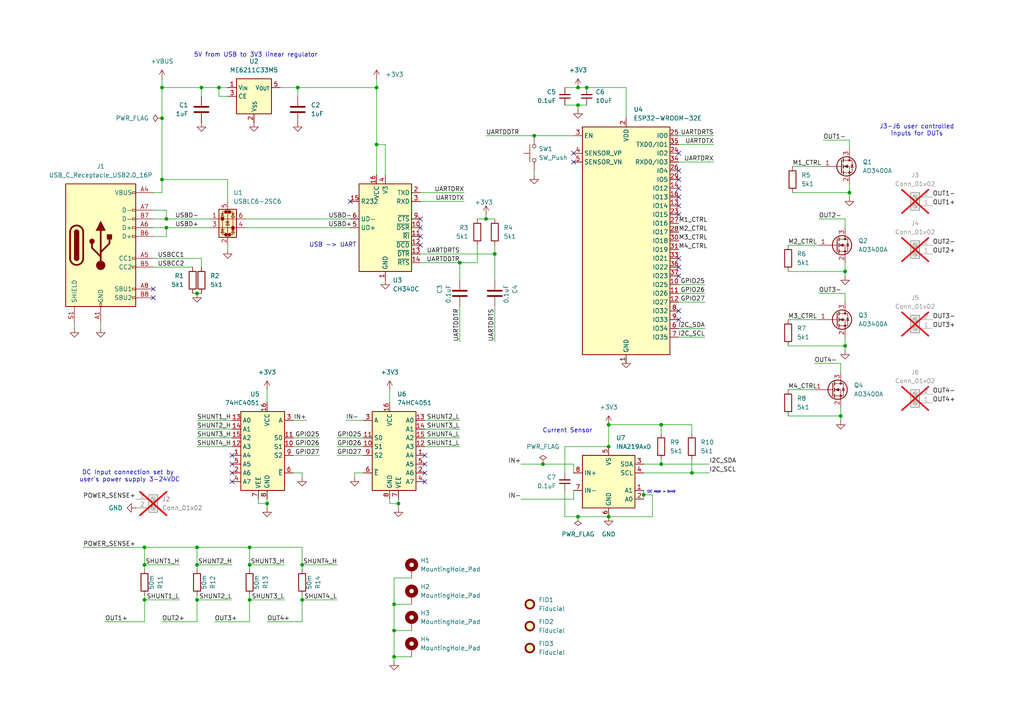
<source format=kicad_sch>
(kicad_sch (version 20250114) (generator "eeschema") (generator_version "9.0")
  (paper "A4")
  (title_block (title "ESP32 MOSFET DUT") (date "2026-01-06") (rev "1.1") (company "Hardware Gunner") (comment 1 "MUXs and Shunts added"))
  (text "I2C Addr = 0x40" (at 191.77 142.748 0) (effects (font (size 0.635 0.635))))
  (text "5V from USB to 3V3 linear regulator" (at 74.168 16.002 0) (effects (font (size 1.27 1.27))))
  (text "Current Sensor" (at 164.592 124.968 0) (effects (font (size 1.27 1.27))))
  (text "J3-J6 user controlled\ninputs for DUTs" (at 265.938 37.846 0) (effects (font (size 1.27 1.27))))
  (text "DC Input connection set by \nuser's power supply 3-24VDC\n" (at 37.592 138.176 0) (effects (font (size 1.27 1.27))))
  (text "USB -> UART" (at 96.52 71.12 0) (effects (font (size 1.27 1.27))))
  (text_box "Designator	Comment	Footprint	LCSC Part #	Assemble\nJ7	USB-C Receptacle TYPE-C 16P	Connector_USB:USB_C_Receptacle_GCT_USB4105-xx-A_16P_TopMnt_Horizontal	C2765186	Yes\nU2	USB ESD Array USBLC6-2SC6	Package_TO_SOT_SMD:SOT-23-6	C2827654	Yes\nU3	LDO 3.3V ME6211 SOT-23-5	Package_TO_SOT_SMD:SOT-23-5	C82942	Yes\nU7	USB-UART CH340C SOIC-16	Package_SO:SOIC-16_3.9x9.9mm_P1.27mm	C7464026	Yes\nU6	ESP32-WROOM-32E-N4	RF_Module:ESP32-WROOM-32E	C701341	Yes\nU4	INA219 Current Sensor SOIC-8	Package_SO:SOIC-8_3.9x4.9mm_P1.27mm	C138706	Yes\nU5	74HC4051 Analog Mux SOIC-16	Package_SO:SO-16_3.9x9.9mm_P1.27mm	C9386	Yes\nU8	74HC4051 Analog Mux SOIC-16	Package_SO:SO-16_3.9x9.9mm_P1.27mm	C9386	Yes\nR12 R13 R14 R15	0.05R 1% 1W Shunt 2512	Resistor_SMD:R_2512_6332Metric	C7420008	Yes\nQ1 Q2 Q3 Q4	N-MOSFET AO3400A SOT-23	Package_TO_SOT_SMD:SOT-23	C20917	Yes\nR1 R2 R3 R4 R5 R6 R8 R9 R10 R11	5.1k 1% 0603	Resistor_SMD:R_0603_1608Metric	C23186	Yes\nC9	10uF	Capacitor_SMD:C_0603_1608Metric	C19702	Yes\nC1 C2	1uF 0603	Capacitor_SMD:C_0603_1608Metric	C28323	Yes\nC5 C6 C7 C8	0.1uF 0603	Capacitor_SMD:C_0603_1608Metric	C14663	Yes\nSW1	RESET Button	Button_Switch_SMD:SW_Push_1P1T_NO_CK_KMR2	C720477	Yes\nJ2	DC Input Screw Terminal 5.08mm	TerminalBlock_Phoenix:TerminalBlock_Phoenix_MKDS-1,5-2_1x02_P5.00mm_Horizontal	C474881	NO (DNP)\nJ3	DUT1 Screw Terminal 5.08mm	TerminalBlock_Phoenix:TerminalBlock_Phoenix_MKDS-1,5-2_1x02_P5.00mm_Horizontal	C474881	NO (DNP)\nJ4	DUT2 Screw Terminal 5.08mm	TerminalBlock_Phoenix:TerminalBlock_Phoenix_MKDS-1,5-2_1x02_P5.00mm_Horizontal	C474881	NO (DNP)\nJ5	DUT3 Screw Terminal 5.08mm	TerminalBlock_Phoenix:TerminalBlock_Phoenix_MKDS-1,5-2_1x02_P5.00mm_Horizontal	C474881	NO (DNP)\nJ6	DUT4 Screw Terminal 5.08mm	TerminalBlock_Phoenix:TerminalBlock_Phoenix_MKDS-1,5-2_1x02_P5.00mm_Horizontal	C474881	NO (DNP)\nH1 H2 H3 H4	Mounting Hole M3	MountingHole:MountingHole_3.2mm_M3_Pad		NO" (at 11.43 -59.69 0) (size 166.37 52.07) (margins 0.9525 0.9525 0.9525 0.9525) (effects (font (size 1.27 1.27)) (justify left top)))
  (junction (at 48.26 66.04))
  (junction (at 167.64 149.86))
  (junction (at 57.15 85.09))
  (junction (at 176.53 123.19))
  (junction (at 46.99 25.4))
  (junction (at 246.38 55.88))
  (junction (at 41.91 173.99))
  (junction (at 167.64 30.48))
  (junction (at 77.47 146.05))
  (junction (at 154.94 39.37))
  (junction (at 46.99 52.07))
  (junction (at 109.22 41.91))
  (junction (at 57.15 173.99))
  (junction (at 176.53 129.54))
  (junction (at 46.99 34.29))
  (junction (at 72.39 163.83))
  (junction (at 48.26 63.5))
  (junction (at 115.57 146.05))
  (junction (at 63.5 25.4))
  (junction (at 72.39 173.99))
  (junction (at 186.69 143.51))
  (junction (at 200.66 137.16))
  (junction (at 167.64 25.4))
  (junction (at 87.63 173.99))
  (junction (at 133.35 76.2))
  (junction (at 170.18 25.4))
  (junction (at 41.91 163.83))
  (junction (at 114.3 190.5))
  (junction (at 114.3 182.88))
  (junction (at 191.77 123.19))
  (junction (at 72.39 158.75))
  (junction (at 243.84 120.65))
  (junction (at 41.91 158.75))
  (junction (at 57.15 158.75))
  (junction (at 57.15 163.83))
  (junction (at 143.51 73.66))
  (junction (at 140.97 63.5))
  (junction (at 86.36 25.4))
  (junction (at 87.63 163.83))
  (junction (at 157.48 134.62))
  (junction (at 58.42 25.4))
  (junction (at 245.11 100.33))
  (junction (at 109.22 25.4))
  (junction (at 245.11 78.74))
  (junction (at 114.3 175.26))
  (junction (at 191.77 134.62))
  (junction (at 176.53 149.86))
  (no_connect (at 196.85 80.01))
  (no_connect (at 196.85 62.23))
  (no_connect (at 123.19 137.16))
  (no_connect (at 196.85 54.61))
  (no_connect (at 196.85 59.69))
  (no_connect (at 121.92 71.12))
  (no_connect (at 196.85 44.45))
  (no_connect (at 196.85 77.47))
  (no_connect (at 44.45 83.82))
  (no_connect (at 121.92 66.04))
  (no_connect (at 166.37 46.99))
  (no_connect (at 196.85 52.07))
  (no_connect (at 196.85 74.93))
  (no_connect (at 67.31 134.62))
  (no_connect (at 123.19 132.08))
  (no_connect (at 166.37 44.45))
  (no_connect (at 196.85 92.71))
  (no_connect (at 121.92 68.58))
  (no_connect (at 123.19 139.7))
  (no_connect (at 121.92 63.5))
  (no_connect (at 101.6 58.42))
  (no_connect (at 196.85 90.17))
  (no_connect (at 123.19 134.62))
  (no_connect (at 196.85 49.53))
  (no_connect (at 67.31 132.08))
  (no_connect (at 196.85 57.15))
  (no_connect (at 67.31 137.16))
  (no_connect (at 44.45 86.36))
  (no_connect (at 67.31 139.7))
  (wire (pts (xy 57.15 124.46) (xy 67.31 124.46)))
  (wire (pts (xy 207.01 41.91) (xy 196.85 41.91)))
  (wire (pts (xy 63.5 25.4) (xy 66.04 25.4)))
  (wire (pts (xy 44.45 60.96) (xy 48.26 60.96)))
  (wire (pts (xy 66.04 72.39) (xy 66.04 71.12)))
  (wire (pts (xy 236.22 105.41) (xy 243.84 105.41)))
  (wire (pts (xy 245.11 63.5) (xy 245.11 66.04)))
  (wire (pts (xy 41.91 163.83) (xy 41.91 165.1)))
  (wire (pts (xy 119.38 167.64) (xy 114.3 167.64)))
  (wire (pts (xy 143.51 81.28) (xy 143.51 73.66)))
  (wire (pts (xy 191.77 134.62) (xy 205.74 134.62)))
  (wire (pts (xy 238.76 40.64) (xy 246.38 40.64)))
  (wire (pts (xy 228.6 92.71) (xy 237.49 92.71)))
  (wire (pts (xy 109.22 41.91) (xy 109.22 50.8)))
  (wire (pts (xy 114.3 182.88) (xy 114.3 190.5)))
  (wire (pts (xy 57.15 129.54) (xy 67.31 129.54)))
  (wire (pts (xy 72.39 163.83) (xy 72.39 158.75)))
  (wire (pts (xy 133.35 99.06) (xy 133.35 88.9)))
  (wire (pts (xy 102.87 137.16) (xy 102.87 138.43)))
  (wire (pts (xy 143.51 99.06) (xy 143.51 88.9)))
  (wire (pts (xy 191.77 134.62) (xy 186.69 134.62)))
  (wire (pts (xy 46.99 55.88) (xy 46.99 52.07)))
  (wire (pts (xy 204.47 97.79) (xy 196.85 97.79)))
  (wire (pts (xy 151.13 134.62) (xy 157.48 134.62)))
  (wire (pts (xy 191.77 123.19) (xy 191.77 125.73)))
  (wire (pts (xy 140.97 39.37) (xy 154.94 39.37)))
  (wire (pts (xy 97.79 129.54) (xy 105.41 129.54)))
  (wire (pts (xy 55.88 85.09) (xy 57.15 85.09)))
  (wire (pts (xy 166.37 134.62) (xy 166.37 137.16)))
  (wire (pts (xy 229.87 48.26) (xy 238.76 48.26)))
  (wire (pts (xy 72.39 165.1) (xy 72.39 163.83)))
  (wire (pts (xy 200.66 137.16) (xy 205.74 137.16)))
  (wire (pts (xy 44.45 68.58) (xy 48.26 68.58)))
  (wire (pts (xy 196.85 85.09) (xy 204.47 85.09)))
  (wire (pts (xy 77.47 180.34) (xy 87.63 180.34)))
  (wire (pts (xy 86.36 25.4) (xy 81.28 25.4)))
  (wire (pts (xy 113.03 113.03) (xy 113.03 116.84)))
  (wire (pts (xy 71.12 66.04) (xy 101.6 66.04)))
  (wire (pts (xy 97.79 127) (xy 105.41 127)))
  (wire (pts (xy 21.59 95.25) (xy 21.59 93.98)))
  (wire (pts (xy 58.42 27.94) (xy 58.42 25.4)))
  (wire (pts (xy 167.64 30.48) (xy 167.64 31.75)))
  (wire (pts (xy 191.77 133.35) (xy 191.77 134.62)))
  (wire (pts (xy 204.47 95.25) (xy 196.85 95.25)))
  (wire (pts (xy 48.26 60.96) (xy 48.26 63.5)))
  (wire (pts (xy 163.83 149.86) (xy 167.64 149.86)))
  (wire (pts (xy 228.6 120.65) (xy 243.84 120.65)))
  (wire (pts (xy 29.21 95.25) (xy 29.21 93.98)))
  (wire (pts (xy 44.45 66.04) (xy 48.26 66.04)))
  (wire (pts (xy 30.48 180.34) (xy 41.91 180.34)))
  (wire (pts (xy 121.92 73.66) (xy 143.51 73.66)))
  (wire (pts (xy 57.15 165.1) (xy 57.15 163.83)))
  (wire (pts (xy 86.36 25.4) (xy 109.22 25.4)))
  (wire (pts (xy 46.99 34.29) (xy 46.99 52.07)))
  (wire (pts (xy 71.12 63.5) (xy 101.6 63.5)))
  (wire (pts (xy 57.15 172.72) (xy 57.15 173.99)))
  (wire (pts (xy 52.07 173.99) (xy 41.91 173.99)))
  (wire (pts (xy 105.41 137.16) (xy 102.87 137.16)))
  (wire (pts (xy 41.91 158.75) (xy 41.91 163.83)))
  (wire (pts (xy 46.99 180.34) (xy 57.15 180.34)))
  (wire (pts (xy 176.53 149.86) (xy 189.23 149.86)))
  (wire (pts (xy 237.49 63.5) (xy 245.11 63.5)))
  (wire (pts (xy 237.49 85.09) (xy 245.11 85.09)))
  (wire (pts (xy 186.69 143.51) (xy 186.69 144.78)))
  (wire (pts (xy 24.13 158.75) (xy 41.91 158.75)))
  (wire (pts (xy 48.26 68.58) (xy 48.26 66.04)))
  (wire (pts (xy 243.84 120.65) (xy 243.84 118.11)))
  (wire (pts (xy 245.11 80.01) (xy 245.11 78.74)))
  (wire (pts (xy 200.66 123.19) (xy 191.77 123.19)))
  (wire (pts (xy 176.53 123.19) (xy 191.77 123.19)))
  (wire (pts (xy 163.83 25.4) (xy 167.64 25.4)))
  (wire (pts (xy 111.76 41.91) (xy 109.22 41.91)))
  (wire (pts (xy 57.15 173.99) (xy 57.15 180.34)))
  (wire (pts (xy 163.83 30.48) (xy 167.64 30.48)))
  (wire (pts (xy 140.97 63.5) (xy 138.43 63.5)))
  (wire (pts (xy 186.69 142.24) (xy 186.69 143.51)))
  (wire (pts (xy 72.39 172.72) (xy 72.39 173.99)))
  (wire (pts (xy 140.97 63.5) (xy 140.97 62.23)))
  (wire (pts (xy 157.48 134.62) (xy 166.37 134.62)))
  (wire (pts (xy 207.01 46.99) (xy 196.85 46.99)))
  (wire (pts (xy 228.6 78.74) (xy 245.11 78.74)))
  (wire (pts (xy 57.15 85.09) (xy 58.42 85.09)))
  (wire (pts (xy 181.61 34.29) (xy 181.61 25.4)))
  (wire (pts (xy 88.9 121.92) (xy 85.09 121.92)))
  (wire (pts (xy 186.69 143.51) (xy 189.23 143.51)))
  (wire (pts (xy 57.15 127) (xy 67.31 127)))
  (wire (pts (xy 113.03 144.78) (xy 113.03 146.05)))
  (wire (pts (xy 176.53 129.54) (xy 163.83 129.54)))
  (wire (pts (xy 87.63 158.75) (xy 72.39 158.75)))
  (wire (pts (xy 66.04 52.07) (xy 46.99 52.07)))
  (wire (pts (xy 243.84 121.92) (xy 243.84 120.65)))
  (wire (pts (xy 82.55 163.83) (xy 72.39 163.83)))
  (wire (pts (xy 72.39 158.75) (xy 57.15 158.75)))
  (wire (pts (xy 189.23 143.51) (xy 189.23 149.86)))
  (wire (pts (xy 67.31 163.83) (xy 57.15 163.83)))
  (wire (pts (xy 44.45 63.5) (xy 48.26 63.5)))
  (wire (pts (xy 97.79 132.08) (xy 105.41 132.08)))
  (wire (pts (xy 92.71 127) (xy 85.09 127)))
  (wire (pts (xy 41.91 172.72) (xy 41.91 173.99)))
  (wire (pts (xy 166.37 144.78) (xy 166.37 142.24)))
  (wire (pts (xy 167.64 30.48) (xy 170.18 30.48)))
  (wire (pts (xy 87.63 163.83) (xy 87.63 158.75)))
  (wire (pts (xy 58.42 74.93) (xy 58.42 77.47)))
  (wire (pts (xy 133.35 76.2) (xy 133.35 81.28)))
  (wire (pts (xy 57.15 121.92) (xy 67.31 121.92)))
  (wire (pts (xy 82.55 173.99) (xy 72.39 173.99)))
  (wire (pts (xy 87.63 173.99) (xy 87.63 180.34)))
  (wire (pts (xy 57.15 163.83) (xy 57.15 158.75)))
  (wire (pts (xy 66.04 58.42) (xy 66.04 52.07)))
  (wire (pts (xy 48.26 66.04) (xy 60.96 66.04)))
  (wire (pts (xy 87.63 137.16) (xy 87.63 138.43)))
  (wire (pts (xy 245.11 100.33) (xy 245.11 97.79)))
  (wire (pts (xy 114.3 167.64) (xy 114.3 175.26)))
  (wire (pts (xy 114.3 191.77) (xy 114.3 190.5)))
  (wire (pts (xy 48.26 63.5) (xy 60.96 63.5)))
  (wire (pts (xy 245.11 85.09) (xy 245.11 87.63)))
  (wire (pts (xy 200.66 133.35) (xy 200.66 137.16)))
  (wire (pts (xy 121.92 76.2) (xy 133.35 76.2)))
  (wire (pts (xy 46.99 25.4) (xy 46.99 34.29)))
  (wire (pts (xy 46.99 22.86) (xy 46.99 25.4)))
  (wire (pts (xy 134.62 58.42) (xy 121.92 58.42)))
  (wire (pts (xy 41.91 173.99) (xy 41.91 180.34)))
  (wire (pts (xy 74.93 144.78) (xy 74.93 146.05)))
  (wire (pts (xy 228.6 113.03) (xy 236.22 113.03)))
  (wire (pts (xy 134.62 55.88) (xy 121.92 55.88)))
  (wire (pts (xy 246.38 55.88) (xy 246.38 53.34)))
  (wire (pts (xy 97.79 163.83) (xy 87.63 163.83)))
  (wire (pts (xy 62.23 180.34) (xy 72.39 180.34)))
  (wire (pts (xy 77.47 146.05) (xy 77.47 147.32)))
  (wire (pts (xy 92.71 132.08) (xy 85.09 132.08)))
  (wire (pts (xy 163.83 142.24) (xy 163.83 149.86)))
  (wire (pts (xy 109.22 22.86) (xy 109.22 25.4)))
  (wire (pts (xy 200.66 137.16) (xy 186.69 137.16)))
  (wire (pts (xy 74.93 146.05) (xy 77.47 146.05)))
  (wire (pts (xy 151.13 144.78) (xy 166.37 144.78)))
  (wire (pts (xy 246.38 57.15) (xy 246.38 55.88)))
  (wire (pts (xy 86.36 25.4) (xy 86.36 27.94)))
  (wire (pts (xy 246.38 40.64) (xy 246.38 43.18)))
  (wire (pts (xy 46.99 25.4) (xy 58.42 25.4)))
  (wire (pts (xy 72.39 173.99) (xy 72.39 180.34)))
  (wire (pts (xy 44.45 74.93) (xy 58.42 74.93)))
  (wire (pts (xy 167.64 25.4) (xy 170.18 25.4)))
  (wire (pts (xy 92.71 129.54) (xy 85.09 129.54)))
  (wire (pts (xy 243.84 105.41) (xy 243.84 107.95)))
  (wire (pts (xy 115.57 146.05) (xy 115.57 147.32)))
  (wire (pts (xy 52.07 163.83) (xy 41.91 163.83)))
  (wire (pts (xy 57.15 158.75) (xy 41.91 158.75)))
  (wire (pts (xy 133.35 121.92) (xy 123.19 121.92)))
  (wire (pts (xy 143.51 71.12) (xy 143.51 73.66)))
  (wire (pts (xy 67.31 173.99) (xy 57.15 173.99)))
  (wire (pts (xy 109.22 25.4) (xy 109.22 41.91)))
  (wire (pts (xy 66.04 27.94) (xy 63.5 27.94)))
  (wire (pts (xy 87.63 172.72) (xy 87.63 173.99)))
  (wire (pts (xy 97.79 173.99) (xy 87.63 173.99)))
  (wire (pts (xy 154.94 39.37) (xy 166.37 39.37)))
  (wire (pts (xy 176.53 123.19) (xy 176.53 129.54)))
  (wire (pts (xy 115.57 144.78) (xy 115.57 146.05)))
  (wire (pts (xy 44.45 77.47) (xy 55.88 77.47)))
  (wire (pts (xy 77.47 113.03) (xy 77.47 116.84)))
  (wire (pts (xy 111.76 41.91) (xy 111.76 50.8)))
  (wire (pts (xy 133.35 124.46) (xy 123.19 124.46)))
  (wire (pts (xy 133.35 129.54) (xy 123.19 129.54)))
  (wire (pts (xy 196.85 82.55) (xy 204.47 82.55)))
  (wire (pts (xy 113.03 146.05) (xy 115.57 146.05)))
  (wire (pts (xy 138.43 71.12) (xy 138.43 76.2)))
  (wire (pts (xy 245.11 101.6) (xy 245.11 100.33)))
  (wire (pts (xy 114.3 182.88) (xy 119.38 182.88)))
  (wire (pts (xy 200.66 125.73) (xy 200.66 123.19)))
  (wire (pts (xy 181.61 105.41) (xy 181.61 104.14)))
  (wire (pts (xy 245.11 78.74) (xy 245.11 76.2)))
  (wire (pts (xy 46.99 55.88) (xy 44.45 55.88)))
  (wire (pts (xy 114.3 175.26) (xy 119.38 175.26)))
  (wire (pts (xy 228.6 100.33) (xy 245.11 100.33)))
  (wire (pts (xy 170.18 25.4) (xy 181.61 25.4)))
  (wire (pts (xy 87.63 165.1) (xy 87.63 163.83)))
  (wire (pts (xy 143.51 63.5) (xy 140.97 63.5)))
  (wire (pts (xy 229.87 55.88) (xy 246.38 55.88)))
  (wire (pts (xy 85.09 137.16) (xy 87.63 137.16)))
  (wire (pts (xy 196.85 39.37) (xy 207.01 39.37)))
  (wire (pts (xy 196.85 87.63) (xy 204.47 87.63)))
  (wire (pts (xy 133.35 76.2) (xy 138.43 76.2)))
  (wire (pts (xy 77.47 144.78) (xy 77.47 146.05)))
  (wire (pts (xy 63.5 27.94) (xy 63.5 25.4)))
  (wire (pts (xy 133.35 127) (xy 123.19 127)))
  (wire (pts (xy 154.94 49.53) (xy 154.94 50.8)))
  (wire (pts (xy 114.3 190.5) (xy 119.38 190.5)))
  (wire (pts (xy 228.6 71.12) (xy 237.49 71.12)))
  (wire (pts (xy 58.42 25.4) (xy 63.5 25.4)))
  (wire (pts (xy 167.64 149.86) (xy 176.53 149.86)))
  (wire (pts (xy 163.83 129.54) (xy 163.83 137.16)))
  (wire (pts (xy 105.41 121.92) (xy 100.33 121.92)))
  (wire (pts (xy 114.3 175.26) (xy 114.3 182.88)))
  (label "USBD-" (at 50.8 63.5 0))
  (label "OUT3+" (at 270.51 95.25 0))
  (label "SHUNT1_H" (at 52.07 163.83 180))
  (label "OUT4+" (at 270.51 116.84 0))
  (label "USBD+" (at 95.25 66.04 0))
  (label "OUT1-" (at 270.51 57.15 0))
  (label "SHUNT3_H" (at 82.55 163.83 180))
  (label "I2C_SDA" (at 204.47 95.25 180))
  (label "UARTDRTS" (at 143.51 99.06 90))
  (label "OUT2+" (at 46.99 180.34 0))
  (label "SHUNT2_H" (at 57.15 124.46 0))
  (label "UARTDRTS" (at 133.35 73.66 180))
  (label "GPIO27" (at 92.71 132.08 180))
  (label "OUT1-" (at 238.76 40.64 0))
  (label "UARTDTX" (at 207.01 41.91 180))
  (label "SHUNT4_L" (at 97.79 173.99 180))
  (label "SHUNT2_L" (at 133.35 121.92 180))
  (label "OUT3-" (at 237.49 85.09 0))
  (label "GPIO27" (at 204.47 87.63 180))
  (label "OUT3+" (at 62.23 180.34 0))
  (label "SHUNT1_L" (at 133.35 129.54 180))
  (label "OUT2+" (at 270.51 73.66 0))
  (label "POWER_SENSE+" (at 39.37 144.78 180))
  (label "USBD-" (at 95.25 63.5 0))
  (label "GPIO26" (at 97.79 129.54 0))
  (label "UARTDDTR" (at 133.35 76.2 180))
  (label "GPIO26" (at 92.71 129.54 180))
  (label "UARTDRX" (at 134.62 55.88 180))
  (label "SHUNT2_H" (at 67.31 163.83 180))
  (label "GPIO25" (at 97.79 127 0))
  (label "OUT3-" (at 270.51 92.71 0))
  (label "IN-" (at 151.13 144.78 180))
  (label "OUT1+" (at 270.51 59.69 0))
  (label "OUT2-" (at 270.51 71.12 0))
  (label "UARTDRTS" (at 207.01 39.37 180))
  (label "IN+" (at 88.9 121.92 180))
  (label "SHUNT3_L" (at 82.55 173.99 180))
  (label "SHUNT4_L" (at 133.35 127 180))
  (label "SHUNT3_H" (at 57.15 127 0))
  (label "SHUNT3_L" (at 133.35 124.46 180))
  (label "OUT4-" (at 236.22 105.41 0))
  (label "OUT4-" (at 270.51 114.3 0))
  (label "GPIO26" (at 204.47 85.09 180))
  (label "GPIO25" (at 204.47 82.55 180))
  (label "SHUNT1_H" (at 57.15 121.92 0))
  (label "IN+" (at 151.13 134.62 180))
  (label "USBCC1" (at 45.72 74.93 0))
  (label "I2C_SDA" (at 205.74 134.62 0))
  (label "SHUNT4_H" (at 97.79 163.83 180))
  (label "M1_CTRL" (at 229.87 48.26 0))
  (label "GPIO25" (at 92.71 127 180))
  (label "M3_CTRL" (at 196.85 69.85 0))
  (label "OUT4+" (at 77.47 180.34 0))
  (label "I2C_SCL" (at 205.74 137.16 0))
  (label "I2C_SCL" (at 204.47 97.79 180))
  (label "UARTDDTR" (at 133.35 99.06 90))
  (label "UARTDTX" (at 134.62 58.42 180))
  (label "OUT1+" (at 30.48 180.34 0))
  (label "M2_CTRL" (at 228.6 71.12 0))
  (label "OUT2-" (at 237.49 63.5 0))
  (label "M4_CTRL" (at 228.6 113.03 0))
  (label "GPIO27" (at 97.79 132.08 0))
  (label "USBD+" (at 50.8 66.04 0))
  (label "SHUNT4_H" (at 57.15 129.54 0))
  (label "SHUNT2_L" (at 67.31 173.99 180))
  (label "POWER_SENSE+" (at 24.13 158.75 0))
  (label "USBCC2" (at 45.72 77.47 0))
  (label "M2_CTRL" (at 196.85 67.31 0))
  (label "IN-" (at 100.33 121.92 0))
  (label "SHUNT1_L" (at 52.07 173.99 180))
  (label "UARTDRX" (at 207.01 46.99 180))
  (label "M3_CTRL" (at 228.6 92.71 0))
  (label "M1_CTRL" (at 196.85 64.77 0))
  (label "UARTDDTR" (at 140.97 39.37 0))
  (label "M4_CTRL" (at 196.85 72.39 0))
  (symbol (lib_id "Device:R") (at 191.77 129.54 0) (unit 1)
    (property "Reference" "R9" (at 194.31 128.2699 0) (effects (justify left)))
    (property "Value" "5k1" (at 194.31 130.8099 0) (effects (justify left)))
    (property "Footprint" "Resistor_SMD:R_0603_1608Metric" (effects (hide yes)))
    (property "Description" "Resistor" (effects (hide yes)))
    (property "JLCPCB Part #" "C23186" (effects (hide yes)))
  )
  (symbol (lib_id "Power_Protection:USBLC6-2SC6") (at 66.04 63.5 0) (unit 1)
    (property "Reference" "U1" (at 67.6911 55.88 0) (effects (justify left)))
    (property "Value" "USBLC6-2SC6" (at 67.6911 58.42 0) (effects (justify left)))
    (property "Footprint" "Package_TO_SOT_SMD:SOT-23-6" (effects (hide yes)))
    (property "Datasheet" "https://www.st.com/resource/en/datasheet/usblc6-2.pdf" (effects (hide yes)))
    (property "Description" "Very low capacitance ESD protection diode, 2 data-line, SOT-23-6" (effects (hide yes)))
    (property "JLCPCB Part #" "C2827654" (effects (hide yes)))
  )
  (symbol (lib_id "Mechanical:Fiducial") (at 153.67 187.96 0) (unit 1) (in_bom no)
    (property "Reference" "FID3" (at 156.21 186.6899 0) (effects (justify left)))
    (property "Value" "Fiducial" (at 156.21 189.2299 0) (effects (justify left)))
    (property "Footprint" "Fiducial:Fiducial_1mm_Mask2mm" (effects (hide yes)))
    (property "Description" "Fiducial Marker" (effects (hide yes)))
  )
  (symbol (lib_id "power:VBUS") (at 46.99 22.86 0) (unit 1)
    (property "Reference" "#PWR027" (effects (hide yes)))
    (property "Value" "+VBUS" (at 46.99 17.78 0))
    (property "Description" "Power symbol creates a global label with name \"VBUS\"" (effects (hide yes)))
  )
  (symbol (lib_id "power:GND") (at 102.87 138.43 0) (unit 1)
    (property "Reference" "#PWR029" (effects (hide yes)))
    (property "Value" "GND" (effects (hide yes)))
    (property "Description" "Power symbol creates a global label with name \"GND\" , ground" (effects (hide yes)))
  )
  (symbol (lib_id "power:GND") (at 57.15 85.09 0) (unit 1)
    (property "Reference" "#PWR01" (effects (hide yes)))
    (property "Value" "GND" (effects (hide yes)))
    (property "Description" "Power symbol creates a global label with name \"GND\" , ground" (effects (hide yes)))
  )
  (symbol (lib_id "Regulator_Linear:ME6211C33M5") (at 73.66 27.94 0) (unit 1)
    (property "Reference" "U2" (at 73.66 17.78 0))
    (property "Value" "ME6211C33M5" (at 73.66 20.32 0))
    (property "Footprint" "Package_TO_SOT_SMD:SOT-23-5" (effects (hide yes)))
    (property "Datasheet" "https://www.lcsc.com/datasheet/lcsc_datasheet_2304140030_MICRONE-Nanjing-Micro-One-Elec-ME6211C33R5G_C235316.pdf" (effects (hide yes)))
    (property "Description" "500mA low dropout linear regulator, shutdown pin, 6.5V max input voltage, 3.3V fixed positive output, SOT-23-5" (effects (hide yes)))
    (property "JLCPCB Part #" "C82942" (effects (hide yes)))
  )
  (symbol (lib_id "power:+3V3") (at 109.22 22.86 0) (unit 1)
    (property "Reference" "#PWR04" (effects (hide yes)))
    (property "Value" "+3V3" (at 111.76 21.5899 0) (effects (justify left)))
    (property "Description" "Power symbol creates a global label with name \"+3V3\"" (effects (hide yes)))
  )
  (symbol (lib_id "Device:R") (at 228.6 116.84 0) (unit 1)
    (property "Reference" "R8" (at 231.14 115.5699 0) (effects (justify left)))
    (property "Value" "5k1" (at 231.14 118.1099 0) (effects (justify left)))
    (property "Footprint" "Resistor_SMD:R_0603_1608Metric" (effects (hide yes)))
    (property "Description" "Resistor" (effects (hide yes)))
    (property "JLCPCB Part #" "C23186" (effects (hide yes)))
  )
  (symbol (lib_id "power:GND") (at 245.11 80.01 0) (unit 1)
    (property "Reference" "#PWR07" (effects (hide yes)))
    (property "Value" "GND" (effects (hide yes)))
    (property "Description" "Power symbol creates a global label with name \"GND\" , ground" (effects (hide yes)))
  )
  (symbol (lib_id "Device:R") (at 41.91 168.91 0) (mirror x) (unit 1)
    (property "Reference" "R11" (at 46.482 168.91 90))
    (property "Value" "50m" (at 43.942 168.91 90))
    (property "Footprint" "Resistor_SMD:R_2512_6332Metric" (effects (hide yes)))
    (property "Datasheet" "https://www.lcsc.com/datasheet/C876461.pdf" (effects (hide yes)))
    (property "Description" "Resistor" (effects (hide yes)))
    (property "MPN" "YAGEO RL2512FK-070R05L" (effects (hide yes)))
    (property "JLCPCB Part #" "C7420008" (effects (hide yes)))
  )
  (symbol (lib_id "Transistor_FET:AO3400A") (at 242.57 92.71 0) (unit 1)
    (property "Reference" "Q3" (at 248.92 91.4399 0) (effects (justify left)))
    (property "Value" "AO3400A" (at 248.92 93.9799 0) (effects (justify left)))
    (property "Footprint" "Package_TO_SOT_SMD:SOT-23-3" (effects (hide yes)))
    (property "Datasheet" "http://www.aosmd.com/pdfs/datasheet/AO3400A.pdf" (effects (hide yes)))
    (property "Description" "30V Vds, 5.7A Id, N-Channel MOSFET, SOT-23" (effects (hide yes)))
    (property "JLCPCB Part #" "C20917" (effects (hide yes)))
  )
  (symbol (lib_id "power:+3V3") (at 113.03 113.03 0) (mirror y) (unit 1)
    (property "Reference" "#PWR024" (effects (hide yes)))
    (property "Value" "+3V3" (at 113.03 107.95 0))
    (property "Description" "Power symbol creates a global label with name \"+3V3\"" (effects (hide yes)))
  )
  (symbol (lib_id "Connector:Screw_Terminal_01x02") (at 265.43 59.69 180) (unit 1) (dnp yes)
    (property "Reference" "J3" (at 265.43 50.8 0))
    (property "Value" "Conn_01x02" (at 265.43 53.34 0))
    (property "Footprint" "TerminalBlock_Phoenix:TerminalBlock_Phoenix_MKDS-1,5-2_1x02_P5.00mm_Horizontal" (effects (hide yes)))
    (property "Description" "Generic screw terminal, single row, 01x02, script generated (kicad-library-utils/schlib/autogen/connector/)" (effects (hide yes)))
    (property "JLCPCB Part #" "C474881" (effects (hide yes)))
  )
  (symbol (lib_id "Transistor_FET:AO3400A") (at 241.3 113.03 0) (unit 1)
    (property "Reference" "Q4" (at 247.65 111.7599 0) (effects (justify left)))
    (property "Value" "AO3400A" (at 247.65 114.2999 0) (effects (justify left)))
    (property "Footprint" "Package_TO_SOT_SMD:SOT-23-3" (effects (hide yes)))
    (property "Datasheet" "http://www.aosmd.com/pdfs/datasheet/AO3400A.pdf" (effects (hide yes)))
    (property "Description" "30V Vds, 5.7A Id, N-Channel MOSFET, SOT-23" (effects (hide yes)))
    (property "JLCPCB Part #" "C20917" (effects (hide yes)))
  )
  (symbol (lib_id "power:GND") (at 167.64 31.75 0) (unit 1)
    (property "Reference" "#PWR012" (effects (hide yes)))
    (property "Value" "GND" (effects (hide yes)))
    (property "Description" "Power symbol creates a global label with name \"GND\" , ground" (effects (hide yes)))
  )
  (symbol (lib_id "power:GND") (at 29.21 95.25 0) (unit 1)
    (property "Reference" "#PWR013" (effects (hide yes)))
    (property "Value" "GND" (effects (hide yes)))
    (property "Description" "Power symbol creates a global label with name \"GND\" , ground" (effects (hide yes)))
  )
  (symbol (lib_id "power:GND") (at 115.57 147.32 0) (mirror y) (unit 1)
    (property "Reference" "#PWR026" (effects (hide yes)))
    (property "Value" "GND" (effects (hide yes)))
    (property "Description" "Power symbol creates a global label with name \"GND\" , ground" (effects (hide yes)))
  )
  (symbol (lib_id "Device:R") (at 229.87 52.07 0) (unit 1)
    (property "Reference" "R5" (at 232.41 50.7999 0) (effects (justify left)))
    (property "Value" "5k1" (at 232.41 53.3399 0) (effects (justify left)))
    (property "Footprint" "Resistor_SMD:R_0603_1608Metric" (effects (hide yes)))
    (property "Description" "Resistor" (effects (hide yes)))
    (property "JLCPCB Part #" "C23186" (effects (hide yes)))
  )
  (symbol (lib_id "Device:R") (at 87.63 168.91 0) (mirror x) (unit 1)
    (property "Reference" "R14" (at 92.202 168.91 90))
    (property "Value" "50m" (at 89.662 168.91 90))
    (property "Footprint" "Resistor_SMD:R_2512_6332Metric" (effects (hide yes)))
    (property "Datasheet" "https://www.lcsc.com/datasheet/C876461.pdf" (effects (hide yes)))
    (property "Description" "Resistor" (effects (hide yes)))
    (property "MPN" "YAGEO RL2512FK-070R05L" (effects (hide yes)))
    (property "JLCPCB Part #" "C7420008" (effects (hide yes)))
  )
  (symbol (lib_id "Transistor_FET:AO3400A") (at 243.84 48.26 0) (unit 1)
    (property "Reference" "Q1" (at 250.19 46.9899 0) (effects (justify left)))
    (property "Value" "AO3400A" (at 250.19 49.5299 0) (effects (justify left)))
    (property "Footprint" "Package_TO_SOT_SMD:SOT-23-3" (effects (hide yes)))
    (property "Datasheet" "http://www.aosmd.com/pdfs/datasheet/AO3400A.pdf" (effects (hide yes)))
    (property "Description" "30V Vds, 5.7A Id, N-Channel MOSFET, SOT-23" (effects (hide yes)))
    (property "JLCPCB Part #" "C20917" (effects (hide yes)))
  )
  (symbol (lib_id "power:+3V3") (at 167.64 25.4 0) (unit 1)
    (property "Reference" "#PWR017" (effects (hide yes)))
    (property "Value" "+3V3" (at 167.64 20.32 0))
    (property "Description" "Power symbol creates a global label with name \"+3V3\"" (effects (hide yes)))
  )
  (symbol (lib_id "Device:C") (at 143.51 85.09 180) (unit 1)
    (property "Reference" "C4" (at 149.352 82.55 90) (effects (justify left)))
    (property "Value" "0.1uF" (at 146.812 82.55 90) (effects (justify left)))
    (property "Footprint" "Capacitor_SMD:C_0603_1608Metric" (effects (hide yes)))
    (property "Description" "Unpolarized capacitor" (effects (hide yes)))
    (property "JLCPCB Part #" "C14663" (effects (hide yes)))
  )
  (symbol (lib_id "power:GND") (at 181.61 104.14 0) (unit 1)
    (property "Reference" "#PWR08" (effects (hide yes)))
    (property "Value" "GND" (effects (hide yes)))
    (property "Description" "Power symbol creates a global label with name \"GND\" , ground" (effects (hide yes)))
  )
  (symbol (lib_id "power:GND") (at 39.37 147.32 270) (unit 1)
    (property "Reference" "#PWR028" (effects (hide yes)))
    (property "Value" "GND" (at 35.56 147.3199 90) (effects (justify right)))
    (property "Description" "Power symbol creates a global label with name \"GND\" , ground" (effects (hide yes)))
  )
  (symbol (lib_id "power:GND") (at 111.76 81.28 0) (unit 1)
    (property "Reference" "#PWR03" (effects (hide yes)))
    (property "Value" "GND" (effects (hide yes)))
    (property "Description" "Power symbol creates a global label with name \"GND\" , ground" (effects (hide yes)))
  )
  (symbol (lib_id "power:GND") (at 154.94 50.8 0) (unit 1)
    (property "Reference" "#PWR030" (effects (hide yes)))
    (property "Value" "GND" (effects (hide yes)))
    (property "Description" "Power symbol creates a global label with name \"GND\" , ground" (effects (hide yes)))
  )
  (symbol (lib_id "power:PWR_FLAG") (at 157.48 134.62 0) (unit 1)
    (property "Reference" "#FLG02" (effects (hide yes)))
    (property "Value" "PWR_FLAG" (at 157.48 129.54 0))
    (property "Description" "Special symbol for telling ERC where power comes from" (effects (hide yes)))
  )
  (symbol (lib_id "Device:C") (at 58.42 31.75 0) (mirror x) (unit 1)
    (property "Reference" "C1" (at 54.61 30.4799 0) (effects (justify right)))
    (property "Value" "1uF" (at 54.61 33.0199 0) (effects (justify right)))
    (property "Footprint" "Capacitor_SMD:C_0603_1608Metric" (effects (hide yes)))
    (property "Description" "Unpolarized capacitor" (effects (hide yes)))
    (property "JLCPCB Part #" "C28323" (effects (hide yes)))
  )
  (symbol (lib_id "Device:R") (at 200.66 129.54 0) (unit 1)
    (property "Reference" "R10" (at 203.2 128.2699 0) (effects (justify left)))
    (property "Value" "5k1" (at 203.2 130.8099 0) (effects (justify left)))
    (property "Footprint" "Resistor_SMD:R_0603_1608Metric" (effects (hide yes)))
    (property "Description" "Resistor" (effects (hide yes)))
    (property "JLCPCB Part #" "C23186" (effects (hide yes)))
  )
  (symbol (lib_id "Device:R") (at 138.43 67.31 0) (mirror y) (unit 1)
    (property "Reference" "R3" (at 135.89 66.0399 0) (effects (justify left)))
    (property "Value" "5k1" (at 135.89 68.5799 0) (effects (justify left)))
    (property "Footprint" "Resistor_SMD:R_0603_1608Metric" (effects (hide yes)))
    (property "Description" "Resistor" (effects (hide yes)))
    (property "JLCPCB Part #" "C23186" (effects (hide yes)))
  )
  (symbol (lib_id "power:GND") (at 245.11 101.6 0) (unit 1)
    (property "Reference" "#PWR011" (effects (hide yes)))
    (property "Value" "GND" (effects (hide yes)))
    (property "Description" "Power symbol creates a global label with name \"GND\" , ground" (effects (hide yes)))
  )
  (symbol (lib_id "RF_Module:ESP32-WROOM-32E") (at 181.61 69.85 0) (unit 1)
    (property "Reference" "U4" (at 183.7533 31.75 0) (effects (justify left)))
    (property "Value" "ESP32-WROOM-32E" (at 183.7533 34.29 0) (effects (justify left)))
    (property "Footprint" "RF_Module:ESP32-WROOM-32E" (effects (hide yes)))
    (property "Datasheet" "https://www.espressif.com/sites/default/files/documentation/esp32-wroom-32e_esp32-wroom-32ue_datasheet_en.pdf" (effects (hide yes)))
    (property "Description" "RF Module, ESP32-D0WD-V3 SoC, without PSRAM, Wi-Fi 802.11b/g/n, Bluetooth, BLE, 32-bit, 2.7-3.6V, onboard antenna, SMD" (effects (hide yes)))
    (property "JLCPCB Part #" "C701341" (effects (hide yes)))
  )
  (symbol (lib_id "Connector:Screw_Terminal_01x02") (at 265.43 95.25 180) (unit 1) (dnp yes)
    (property "Reference" "J5" (at 265.43 86.36 0))
    (property "Value" "Conn_01x02" (at 265.43 88.9 0))
    (property "Footprint" "TerminalBlock_Phoenix:TerminalBlock_Phoenix_MKDS-1,5-2_1x02_P5.00mm_Horizontal" (effects (hide yes)))
    (property "Description" "Generic screw terminal, single row, 01x02, script generated (kicad-library-utils/schlib/autogen/connector/)" (effects (hide yes)))
    (property "JLCPCB Part #" "C474881" (effects (hide yes)))
  )
  (symbol (lib_id "Interface_USB:CH340C") (at 111.76 66.04 0) (unit 1)
    (property "Reference" "U3" (at 113.9033 81.28 0) (effects (justify left)))
    (property "Value" "CH340C" (at 113.9033 83.82 0) (effects (justify left)))
    (property "Footprint" "Package_SO:SOIC-16_3.9x9.9mm_P1.27mm" (effects (hide yes)))
    (property "Datasheet" "https://datasheet.lcsc.com/szlcsc/Jiangsu-Qin-Heng-CH340C_C84681.pdf" (effects (hide yes)))
    (property "Description" "USB serial converter, crystal-less, UART, SOIC-16" (effects (hide yes)))
    (property "JLCPCB Part #" "C7464026" (effects (hide yes)))
  )
  (symbol (lib_id "Transistor_FET:AO3400A") (at 242.57 71.12 0) (unit 1)
    (property "Reference" "Q2" (at 248.92 69.8499 0) (effects (justify left)))
    (property "Value" "AO3400A" (at 248.92 72.3899 0) (effects (justify left)))
    (property "Footprint" "Package_TO_SOT_SMD:SOT-23-3" (effects (hide yes)))
    (property "Datasheet" "http://www.aosmd.com/pdfs/datasheet/AO3400A.pdf" (effects (hide yes)))
    (property "Description" "30V Vds, 5.7A Id, N-Channel MOSFET, SOT-23" (effects (hide yes)))
    (property "JLCPCB Part #" "C20917" (effects (hide yes)))
  )
  (symbol (lib_id "Device:C_Small") (at 163.83 27.94 0) (mirror x) (unit 1)
    (property "Reference" "C5" (at 161.29 26.6635 0) (effects (justify right)))
    (property "Value" "0.1uF" (at 161.29 29.2035 0) (effects (justify right)))
    (property "Footprint" "Capacitor_SMD:C_0603_1608Metric" (effects (hide yes)))
    (property "Description" "Unpolarized capacitor, small symbol" (effects (hide yes)))
    (property "JLCPCB Part #" "C14663" (effects (hide yes)))
  )
  (symbol (lib_id "Device:R") (at 228.6 96.52 0) (unit 1)
    (property "Reference" "R7" (at 231.14 95.2499 0) (effects (justify left)))
    (property "Value" "5k1" (at 231.14 97.7899 0) (effects (justify left)))
    (property "Footprint" "Resistor_SMD:R_0603_1608Metric" (effects (hide yes)))
    (property "Description" "Resistor" (effects (hide yes)))
    (property "JLCPCB Part #" "C23186" (effects (hide yes)))
  )
  (symbol (lib_id "power:GND") (at 66.04 72.39 0) (unit 1)
    (property "Reference" "#PWR02" (effects (hide yes)))
    (property "Value" "GND" (effects (hide yes)))
    (property "Description" "Power symbol creates a global label with name \"GND\" , ground" (effects (hide yes)))
  )
  (symbol (lib_id "Switch:SW_Push") (at 154.94 44.45 90) (unit 1)
    (property "Reference" "SW1" (at 156.21 43.1799 90) (effects (justify right)))
    (property "Value" "SW_Push" (at 156.21 45.7199 90) (effects (justify right)))
    (property "Footprint" "Button_Switch_SMD:SW_Push_SPST_NO_Alps_SKRK" (effects (hide yes)))
    (property "Description" "Push button switch, generic, two pins" (effects (hide yes)))
    (property "JLCPCB Part #" "C720477" (effects (hide yes)))
  )
  (symbol (lib_id "power:+3V3") (at 77.47 113.03 0) (mirror y) (unit 1)
    (property "Reference" "#PWR023" (effects (hide yes)))
    (property "Value" "+3V3" (at 77.47 107.95 0))
    (property "Description" "Power symbol creates a global label with name \"+3V3\"" (effects (hide yes)))
  )
  (symbol (lib_id "Device:R") (at 143.51 67.31 0) (unit 1)
    (property "Reference" "R4" (at 146.05 66.0399 0) (effects (justify left)))
    (property "Value" "5k1" (at 146.05 68.5799 0) (effects (justify left)))
    (property "Footprint" "Resistor_SMD:R_0603_1608Metric" (effects (hide yes)))
    (property "Description" "Resistor" (effects (hide yes)))
    (property "JLCPCB Part #" "C23186" (effects (hide yes)))
  )
  (symbol (lib_id "power:PWR_FLAG") (at 46.99 34.29 90) (unit 1)
    (property "Reference" "#FLG01" (effects (hide yes)))
    (property "Value" "PWR_FLAG" (at 43.18 34.2899 90) (effects (justify left)))
    (property "Description" "Special symbol for telling ERC where power comes from" (effects (hide yes)))
  )
  (symbol (lib_id "Mechanical:Fiducial") (at 153.67 181.61 0) (unit 1) (in_bom no)
    (property "Reference" "FID2" (at 156.21 180.3399 0) (effects (justify left)))
    (property "Value" "Fiducial" (at 156.21 182.8799 0) (effects (justify left)))
    (property "Footprint" "Fiducial:Fiducial_1mm_Mask2mm" (effects (hide yes)))
    (property "Description" "Fiducial Marker" (effects (hide yes)))
  )
  (symbol (lib_id "Connector:Screw_Terminal_01x02") (at 265.43 73.66 180) (unit 1) (dnp yes)
    (property "Reference" "J4" (at 265.43 64.77 0))
    (property "Value" "Conn_01x02" (at 265.43 67.31 0))
    (property "Footprint" "TerminalBlock_Phoenix:TerminalBlock_Phoenix_MKDS-1,5-2_1x02_P5.00mm_Horizontal" (effects (hide yes)))
    (property "Description" "Generic screw terminal, single row, 01x02, script generated (kicad-library-utils/schlib/autogen/connector/)" (effects (hide yes)))
    (property "JLCPCB Part #" "C474881" (effects (hide yes)))
  )
  (symbol (lib_id "power:+3V3") (at 176.53 123.19 0) (unit 1)
    (property "Reference" "#PWR025" (effects (hide yes)))
    (property "Value" "+3V3" (at 176.53 118.11 0))
    (property "Description" "Power symbol creates a global label with name \"+3V3\"" (effects (hide yes)))
  )
  (symbol (lib_id "power:PWR_FLAG") (at 167.64 149.86 180) (unit 1)
    (property "Reference" "#FLG03" (effects (hide yes)))
    (property "Value" "PWR_FLAG" (at 167.64 154.94 0))
    (property "Description" "Special symbol for telling ERC where power comes from" (effects (hide yes)))
  )
  (symbol (lib_id "Mechanical:MountingHole_Pad") (at 119.38 172.72 0) (unit 1) (in_bom no)
    (property "Reference" "H2" (at 121.92 170.1799 0) (effects (justify left)))
    (property "Value" "MountingHole_Pad" (at 121.92 172.7199 0) (effects (justify left)))
    (property "Footprint" "MountingHole:MountingHole_2.7mm_Pad_Via" (effects (hide yes)))
    (property "Description" "Mounting Hole with connection" (effects (hide yes)))
  )
  (symbol (lib_id "Connector:Screw_Terminal_01x02") (at 265.43 116.84 180) (unit 1) (dnp yes)
    (property "Reference" "J6" (at 265.43 107.95 0))
    (property "Value" "Conn_01x02" (at 265.43 110.49 0))
    (property "Footprint" "TerminalBlock_Phoenix:TerminalBlock_Phoenix_MKDS-1,5-2_1x02_P5.00mm_Horizontal" (effects (hide yes)))
    (property "Description" "Generic screw terminal, single row, 01x02, script generated (kicad-library-utils/schlib/autogen/connector/)" (effects (hide yes)))
    (property "JLCPCB Part #" "C474881" (effects (hide yes)))
  )
  (symbol (lib_id "Mechanical:MountingHole_Pad") (at 119.38 180.34 0) (unit 1) (in_bom no)
    (property "Reference" "H3" (at 121.92 177.7999 0) (effects (justify left)))
    (property "Value" "MountingHole_Pad" (at 121.92 180.3399 0) (effects (justify left)))
    (property "Footprint" "MountingHole:MountingHole_2.7mm_Pad_Via" (effects (hide yes)))
    (property "Description" "Mounting Hole with connection" (effects (hide yes)))
  )
  (symbol (lib_id "Mechanical:Fiducial") (at 153.67 175.26 0) (unit 1) (in_bom no)
    (property "Reference" "FID1" (at 156.21 173.9899 0) (effects (justify left)))
    (property "Value" "Fiducial" (at 156.21 176.5299 0) (effects (justify left)))
    (property "Footprint" "Fiducial:Fiducial_1mm_Mask2mm" (effects (hide yes)))
    (property "Description" "Fiducial Marker" (effects (hide yes)))
  )
  (symbol (lib_id "Connector:USB_C_Receptacle_USB2.0_16P") (at 29.21 71.12 0) (unit 1)
    (property "Reference" "J1" (at 29.21 48.26 0))
    (property "Value" "USB_C_Receptacle_USB2.0_16P" (at 29.21 50.8 0))
    (property "Footprint" "Connector_USB:USB_C_Receptacle_GCT_USB4105-xx-A_16P_TopMnt_Horizontal" (effects (hide yes)))
    (property "Datasheet" "https://www.usb.org/sites/default/files/documents/usb_type-c.zip" (effects (hide yes)))
    (property "Description" "USB 2.0-only 16P Type-C Receptacle connector" (effects (hide yes)))
    (property "JLCPCB Part #" "C2765186" (effects (hide yes)))
  )
  (symbol (lib_id "power:+3V3") (at 140.97 62.23 0) (unit 1)
    (property "Reference" "#PWR06" (effects (hide yes)))
    (property "Value" "+3V3" (at 137.668 58.674 0) (effects (justify left)))
    (property "Description" "Power symbol creates a global label with name \"+3V3\"" (effects (hide yes)))
  )
  (symbol (lib_id "power:GND") (at 87.63 138.43 0) (mirror y) (unit 1)
    (property "Reference" "#PWR021" (effects (hide yes)))
    (property "Value" "GND" (effects (hide yes)))
    (property "Description" "Power symbol creates a global label with name \"GND\" , ground" (effects (hide yes)))
  )
  (symbol (lib_id "Device:R") (at 55.88 81.28 0) (mirror y) (unit 1)
    (property "Reference" "R1" (at 53.34 80.0099 0) (effects (justify left)))
    (property "Value" "5k1" (at 53.34 82.5499 0) (effects (justify left)))
    (property "Footprint" "Resistor_SMD:R_0603_1608Metric" (effects (hide yes)))
    (property "Description" "Resistor" (effects (hide yes)))
    (property "JLCPCB Part #" "C23186" (effects (hide yes)))
  )
  (symbol (lib_id "power:GND") (at 176.53 149.86 0) (unit 1)
    (property "Reference" "#PWR010" (effects (hide yes)))
    (property "Value" "GND" (at 176.53 154.94 0))
    (property "Description" "Power symbol creates a global label with name \"GND\" , ground" (effects (hide yes)))
  )
  (symbol (lib_id "power:GND") (at 21.59 95.25 0) (unit 1)
    (property "Reference" "#PWR015" (effects (hide yes)))
    (property "Value" "GND" (effects (hide yes)))
    (property "Description" "Power symbol creates a global label with name \"GND\" , ground" (effects (hide yes)))
  )
  (symbol (lib_id "Device:R") (at 58.42 81.28 0) (unit 1)
    (property "Reference" "R2" (at 60.96 80.0099 0) (effects (justify left)))
    (property "Value" "5k1" (at 60.96 82.5499 0) (effects (justify left)))
    (property "Footprint" "Resistor_SMD:R_0603_1608Metric" (effects (hide yes)))
    (property "Description" "Resistor" (effects (hide yes)))
    (property "JLCPCB Part #" "C23186" (effects (hide yes)))
  )
  (symbol (lib_id "Sensor_Energy:INA219AxD") (at 176.53 139.7 0) (unit 1)
    (property "Reference" "U7" (at 178.6733 127 0) (effects (justify left)))
    (property "Value" "INA219AxD" (at 178.6733 129.54 0) (effects (justify left)))
    (property "Footprint" "Package_SO:SOIC-8_3.9x4.9mm_P1.27mm" (effects (hide yes)))
    (property "Datasheet" "http://www.ti.com/lit/ds/symlink/ina219.pdf" (effects (hide yes)))
    (property "Description" "Zero-Drift, Bidirectional Current/Power Monitor (0-26V) With I2C Interface, SOIC-8" (effects (hide yes)))
    (property "JLCPCB Part #" "C138706" (effects (hide yes)))
  )
  (symbol (lib_id "Device:R") (at 72.39 168.91 0) (mirror x) (unit 1)
    (property "Reference" "R13" (at 76.962 168.91 90))
    (property "Value" "50m" (at 74.422 168.91 90))
    (property "Footprint" "Resistor_SMD:R_2512_6332Metric" (effects (hide yes)))
    (property "Datasheet" "https://www.lcsc.com/datasheet/C876461.pdf" (effects (hide yes)))
    (property "Description" "Resistor" (effects (hide yes)))
    (property "MPN" "YAGEO RL2512FK-070R05L" (effects (hide yes)))
    (property "JLCPCB Part #" "C7420008" (effects (hide yes)))
  )
  (symbol (lib_id "power:GND") (at 86.36 35.56 0) (unit 1)
    (property "Reference" "#PWR016" (effects (hide yes)))
    (property "Value" "GND" (effects (hide yes)))
    (property "Description" "Power symbol creates a global label with name \"GND\" , ground" (effects (hide yes)))
  )
  (symbol (lib_id "Device:R") (at 57.15 168.91 0) (mirror x) (unit 1)
    (property "Reference" "R12" (at 61.722 168.91 90))
    (property "Value" "50m" (at 59.182 168.91 90))
    (property "Footprint" "Resistor_SMD:R_2512_6332Metric" (effects (hide yes)))
    (property "Datasheet" "https://www.lcsc.com/datasheet/C876461.pdf" (effects (hide yes)))
    (property "Description" "Resistor" (effects (hide yes)))
    (property "MPN" "YAGEO RL2512FK-070R05L" (effects (hide yes)))
    (property "JLCPCB Part #" "C7420008" (effects (hide yes)))
  )
  (symbol (lib_id "74xx:74HC4051") (at 77.47 129.54 0) (mirror y) (unit 1)
    (property "Reference" "U5" (at 75.3267 114.3 0) (effects (justify left)))
    (property "Value" "74HC4051" (at 75.3267 116.84 0) (effects (justify left)))
    (property "Footprint" "Package_SO:SO-16_3.9x9.9mm_P1.27mm" (effects (hide yes)))
    (property "Datasheet" "http://www.ti.com/lit/ds/symlink/cd74hc4051.pdf" (effects (hide yes)))
    (property "Description" "8-channel analog multiplexer/demultiplexer, DIP-16/SOIC-16/TSSOP-16" (effects (hide yes)))
    (property "MFN" "Nexperia – 74HC4051D,652" (effects (hide yes)))
    (property "JLCPCB Part #" "C9386" (effects (hide yes)))
  )
  (symbol (lib_id "Device:R") (at 228.6 74.93 0) (unit 1)
    (property "Reference" "R6" (at 231.14 73.6599 0) (effects (justify left)))
    (property "Value" "5k1" (at 231.14 76.1999 0) (effects (justify left)))
    (property "Footprint" "Resistor_SMD:R_0603_1608Metric" (effects (hide yes)))
    (property "Description" "Resistor" (effects (hide yes)))
    (property "JLCPCB Part #" "C23186" (effects (hide yes)))
  )
  (symbol (lib_id "74xx:74HC4051") (at 113.03 129.54 0) (unit 1)
    (property "Reference" "U6" (at 115.1733 114.3 0) (effects (justify left)))
    (property "Value" "74HC4051" (at 115.1733 116.84 0) (effects (justify left)))
    (property "Footprint" "Package_SO:SO-16_3.9x9.9mm_P1.27mm" (effects (hide yes)))
    (property "Datasheet" "http://www.ti.com/lit/ds/symlink/cd74hc4051.pdf" (effects (hide yes)))
    (property "Description" "8-channel analog multiplexer/demultiplexer, DIP-16/SOIC-16/TSSOP-16" (effects (hide yes)))
    (property "JLCPCB Part #" "C9386" (effects (hide yes)))
  )
  (symbol (lib_id "Mechanical:MountingHole_Pad") (at 119.38 187.96 0) (unit 1) (in_bom no)
    (property "Reference" "H4" (at 121.92 185.4199 0) (effects (justify left)))
    (property "Value" "MountingHole_Pad" (at 121.92 187.9599 0) (effects (justify left)))
    (property "Footprint" "MountingHole:MountingHole_2.7mm_Pad_Via" (effects (hide yes)))
    (property "Description" "Mounting Hole with connection" (effects (hide yes)))
  )
  (symbol (lib_id "Device:C") (at 86.36 31.75 0) (unit 1)
    (property "Reference" "C2" (at 90.17 30.4799 0) (effects (justify left)))
    (property "Value" "1uF" (at 90.17 33.0199 0) (effects (justify left)))
    (property "Footprint" "Capacitor_SMD:C_0603_1608Metric" (effects (hide yes)))
    (property "Description" "Unpolarized capacitor" (effects (hide yes)))
    (property "JLCPCB Part #" "C28323" (effects (hide yes)))
  )
  (symbol (lib_id "power:GND") (at 246.38 57.15 0) (unit 1)
    (property "Reference" "#PWR019" (effects (hide yes)))
    (property "Value" "GND" (effects (hide yes)))
    (property "Description" "Power symbol creates a global label with name \"GND\" , ground" (effects (hide yes)))
  )
  (symbol (lib_id "Mechanical:MountingHole_Pad") (at 119.38 165.1 0) (unit 1) (in_bom no)
    (property "Reference" "H1" (at 121.92 162.5599 0) (effects (justify left)))
    (property "Value" "MountingHole_Pad" (at 121.92 165.0999 0) (effects (justify left)))
    (property "Footprint" "MountingHole:MountingHole_2.7mm_Pad_Via" (effects (hide yes)))
    (property "Description" "Mounting Hole with connection" (effects (hide yes)))
  )
  (symbol (lib_id "power:GND") (at 73.66 35.56 0) (unit 1)
    (property "Reference" "#PWR05" (effects (hide yes)))
    (property "Value" "GND" (effects (hide yes)))
    (property "Description" "Power symbol creates a global label with name \"GND\" , ground" (effects (hide yes)))
  )
  (symbol (lib_id "power:GND") (at 58.42 35.56 0) (unit 1)
    (property "Reference" "#PWR014" (effects (hide yes)))
    (property "Value" "GND" (effects (hide yes)))
    (property "Description" "Power symbol creates a global label with name \"GND\" , ground" (effects (hide yes)))
  )
  (symbol (lib_id "Connector:Screw_Terminal_01x02") (at 44.45 144.78 0) (unit 1) (dnp yes)
    (property "Reference" "J2" (at 46.99 144.7799 0) (effects (justify left)))
    (property "Value" "Conn_01x02" (at 46.99 147.3199 0) (effects (justify left)))
    (property "Footprint" "TerminalBlock_Phoenix:TerminalBlock_Phoenix_MKDS-1,5-2_1x02_P5.00mm_Horizontal" (effects (hide yes)))
    (property "Description" "Generic screw terminal, single row, 01x02, script generated (kicad-library-utils/schlib/autogen/connector/)" (effects (hide yes)))
    (property "JLCPCB Part #" "C474881" (effects (hide yes)))
  )
  (symbol (lib_id "Device:C_Small") (at 170.18 27.94 180) (unit 1)
    (property "Reference" "C6" (at 172.72 26.6635 0) (effects (justify right)))
    (property "Value" "10uF" (at 172.72 29.2035 0) (effects (justify right)))
    (property "Footprint" "Capacitor_SMD:C_0603_1608Metric" (effects (hide yes)))
    (property "Description" "Unpolarized capacitor, small symbol" (effects (hide yes)))
    (property "JLCPCB Part #" "C19702" (effects (hide yes)))
  )
  (symbol (lib_id "power:GND") (at 77.47 147.32 0) (mirror y) (unit 1)
    (property "Reference" "#PWR022" (effects (hide yes)))
    (property "Value" "GND" (effects (hide yes)))
    (property "Description" "Power symbol creates a global label with name \"GND\" , ground" (effects (hide yes)))
  )
  (symbol (lib_id "Device:C_Small") (at 163.83 139.7 0) (mirror x) (unit 1)
    (property "Reference" "C7" (at 161.29 138.4235 0) (effects (justify right)))
    (property "Value" "0.1uF" (at 161.29 140.9635 0) (effects (justify right)))
    (property "Footprint" "Capacitor_SMD:C_0603_1608Metric" (effects (hide yes)))
    (property "Description" "Unpolarized capacitor, small symbol" (effects (hide yes)))
    (property "JLCPCB Part #" "C14663" (effects (hide yes)))
  )
  (symbol (lib_id "Device:C") (at 133.35 85.09 0) (mirror x) (unit 1)
    (property "Reference" "C3" (at 127.508 82.55 90) (effects (justify left)))
    (property "Value" "0.1uF" (at 130.048 82.55 90) (effects (justify left)))
    (property "Footprint" "Capacitor_SMD:C_0603_1608Metric" (effects (hide yes)))
    (property "Description" "Unpolarized capacitor" (effects (hide yes)))
    (property "JLCPCB Part #" "C14663" (effects (hide yes)))
  )
  (symbol (lib_id "power:GND") (at 243.84 121.92 0) (unit 1)
    (property "Reference" "#PWR018" (effects (hide yes)))
    (property "Value" "GND" (effects (hide yes)))
    (property "Description" "Power symbol creates a global label with name \"GND\" , ground" (effects (hide yes)))
  )
  (symbol (lib_id "power:GND") (at 114.3 191.77 0) (unit 1)
    (property "Reference" "#PWR031" (effects (hide yes)))
    (property "Value" "GND" (effects (hide yes)))
    (property "Description" "Power symbol creates a global label with name \"GND\" , ground" (effects (hide yes)))
  )
)
</source>
